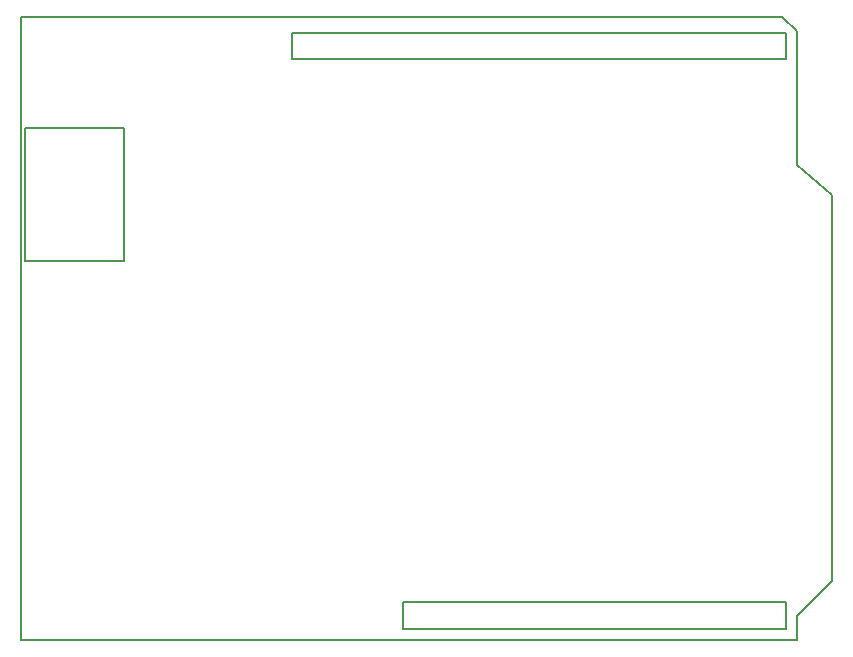
<source format=gbo>
G04 MADE WITH FRITZING*
G04 WWW.FRITZING.ORG*
G04 DOUBLE SIDED*
G04 HOLES PLATED*
G04 CONTOUR ON CENTER OF CONTOUR VECTOR*
%ASAXBY*%
%FSLAX23Y23*%
%MOIN*%
%OFA0B0*%
%SFA1.0B1.0*%
%ADD10R,1.654304X0.095833X1.640416X0.081944*%
%ADD11C,0.006944*%
%ADD12R,1.283124X0.095819X1.269236X0.081931*%
%ADD13R,0.338888X0.451097X0.325000X0.437209*%
%LNSILK0*%
G90*
G70*
G54D11*
X914Y2037D02*
X2561Y2037D01*
X2561Y1949D01*
X914Y1949D01*
X914Y2037D01*
D02*
X1284Y139D02*
X2560Y139D01*
X2560Y50D01*
X1284Y50D01*
X1284Y139D01*
D02*
X22Y1718D02*
X354Y1718D01*
X354Y1274D01*
X22Y1274D01*
X22Y1718D01*
D02*
X2596Y1596D02*
X2596Y2041D01*
X2547Y2090D01*
X11Y2090D01*
X11Y11D01*
X2596Y11D01*
X2596Y91D01*
X2713Y208D01*
X2713Y1497D01*
X2596Y1596D01*
D02*
G04 End of Silk0*
M02*
</source>
